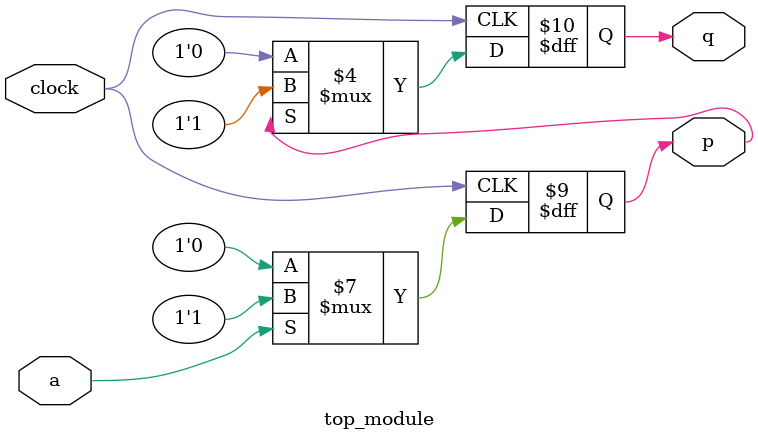
<source format=sv>
module top_module (
    input clock,
    input a, 
    output reg p,
    output reg q
);

always @(posedge clock) begin
    // Update p
    if (a) begin
        p <= 1;
    end else begin
        p <= 0;
    end

    // Update q
    if (p == 1) begin
        q <= 1;
    end else begin
        q <= 0;
    end
end

endmodule

</source>
